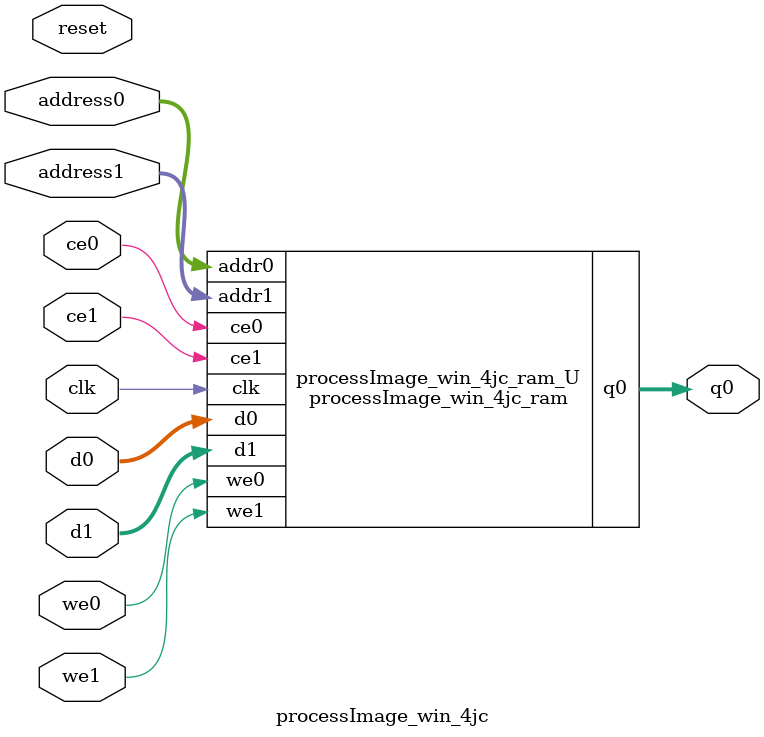
<source format=v>
`timescale 1 ns / 1 ps
module processImage_win_4jc_ram (addr0, ce0, d0, we0, q0, addr1, ce1, d1, we1,  clk);

parameter DWIDTH = 8;
parameter AWIDTH = 10;
parameter MEM_SIZE = 625;

input[AWIDTH-1:0] addr0;
input ce0;
input[DWIDTH-1:0] d0;
input we0;
output reg[DWIDTH-1:0] q0;
input[AWIDTH-1:0] addr1;
input ce1;
input[DWIDTH-1:0] d1;
input we1;
input clk;

(* ram_style = "block" *)reg [DWIDTH-1:0] ram[0:MEM_SIZE-1];




always @(posedge clk)  
begin 
    if (ce0) 
    begin
        if (we0) 
        begin 
            ram[addr0] <= d0; 
        end 
        q0 <= ram[addr0];
    end
end


always @(posedge clk)  
begin 
    if (ce1) 
    begin
        if (we1) 
        begin 
            ram[addr1] <= d1; 
        end 
    end
end


endmodule

`timescale 1 ns / 1 ps
module processImage_win_4jc(
    reset,
    clk,
    address0,
    ce0,
    we0,
    d0,
    q0,
    address1,
    ce1,
    we1,
    d1);

parameter DataWidth = 32'd8;
parameter AddressRange = 32'd625;
parameter AddressWidth = 32'd10;
input reset;
input clk;
input[AddressWidth - 1:0] address0;
input ce0;
input we0;
input[DataWidth - 1:0] d0;
output[DataWidth - 1:0] q0;
input[AddressWidth - 1:0] address1;
input ce1;
input we1;
input[DataWidth - 1:0] d1;



processImage_win_4jc_ram processImage_win_4jc_ram_U(
    .clk( clk ),
    .addr0( address0 ),
    .ce0( ce0 ),
    .we0( we0 ),
    .d0( d0 ),
    .q0( q0 ),
    .addr1( address1 ),
    .ce1( ce1 ),
    .we1( we1 ),
    .d1( d1 ));

endmodule


</source>
